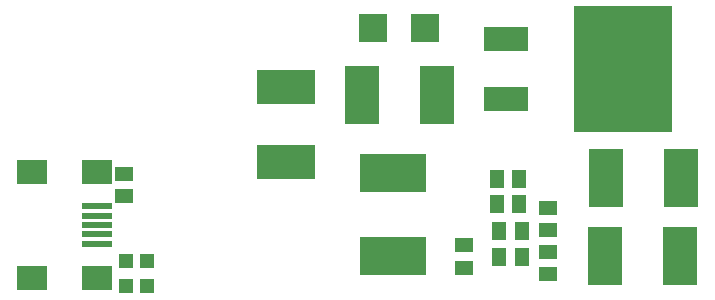
<source format=gtp>
G75*
%MOIN*%
%OFA0B0*%
%FSLAX25Y25*%
%IPPOS*%
%LPD*%
%AMOC8*
5,1,8,0,0,1.08239X$1,22.5*
%
%ADD10R,0.22047X0.12598*%
%ADD11R,0.05118X0.05906*%
%ADD12R,0.05906X0.05118*%
%ADD13R,0.15000X0.08000*%
%ADD14R,0.33000X0.42000*%
%ADD15R,0.19685X0.11811*%
%ADD16R,0.11811X0.19685*%
%ADD17R,0.04724X0.04724*%
%ADD18R,0.09449X0.09449*%
%ADD19R,0.09843X0.01969*%
%ADD20R,0.09843X0.07874*%
D10*
X0210624Y0093370D03*
X0210624Y0120929D03*
D11*
X0245358Y0118999D03*
X0252838Y0118999D03*
X0252838Y0110599D03*
X0245358Y0110599D03*
X0246058Y0101499D03*
X0253538Y0101499D03*
X0253538Y0093099D03*
X0246058Y0093099D03*
D12*
X0234398Y0089359D03*
X0234398Y0096839D03*
X0262398Y0094739D03*
X0262398Y0101959D03*
X0262398Y0109439D03*
X0262398Y0087259D03*
X0120998Y0113159D03*
X0120998Y0120639D03*
D13*
X0248250Y0145448D03*
X0248250Y0165448D03*
D14*
X0287250Y0155448D03*
D15*
X0174898Y0149710D03*
X0174898Y0124714D03*
D16*
X0200213Y0146999D03*
X0225209Y0146999D03*
X0281531Y0119390D03*
X0306527Y0119390D03*
X0306331Y0093284D03*
X0281335Y0093284D03*
D17*
X0121698Y0083365D03*
X0128698Y0083365D03*
X0128698Y0091633D03*
X0121698Y0091633D03*
D18*
X0204037Y0169399D03*
X0221360Y0169399D03*
D19*
X0111941Y0109898D03*
X0111941Y0106749D03*
X0111941Y0103599D03*
X0111941Y0100450D03*
X0111941Y0097300D03*
D20*
X0111941Y0085883D03*
X0090287Y0085883D03*
X0090287Y0121316D03*
X0111941Y0121316D03*
M02*

</source>
